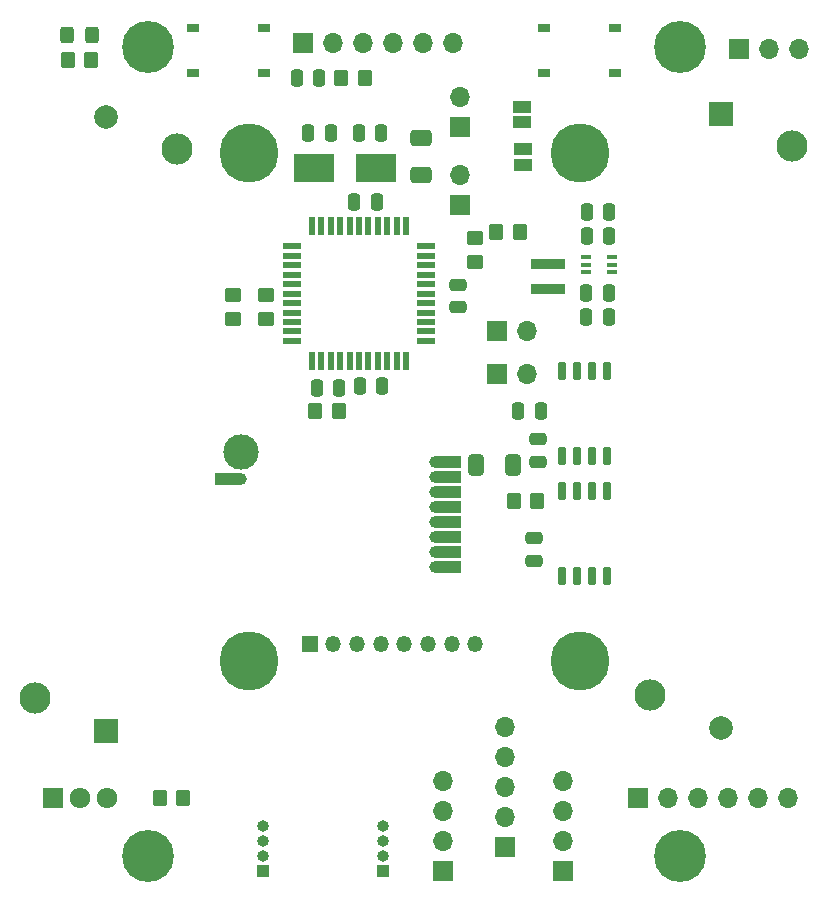
<source format=gbr>
%TF.GenerationSoftware,KiCad,Pcbnew,6.0.11-2627ca5db0~126~ubuntu22.04.1*%
%TF.CreationDate,2023-07-25T17:39:43+02:00*%
%TF.ProjectId,HB-UNI-SEN-BATT_ATMega1284P_E07-868MS10_FRAM_FUEL4EP,48422d55-4e49-42d5-9345-4e2d42415454,1.3*%
%TF.SameCoordinates,Original*%
%TF.FileFunction,Soldermask,Top*%
%TF.FilePolarity,Negative*%
%FSLAX46Y46*%
G04 Gerber Fmt 4.6, Leading zero omitted, Abs format (unit mm)*
G04 Created by KiCad (PCBNEW 6.0.11-2627ca5db0~126~ubuntu22.04.1) date 2023-07-25 17:39:43*
%MOMM*%
%LPD*%
G01*
G04 APERTURE LIST*
G04 Aperture macros list*
%AMRoundRect*
0 Rectangle with rounded corners*
0 $1 Rounding radius*
0 $2 $3 $4 $5 $6 $7 $8 $9 X,Y pos of 4 corners*
0 Add a 4 corners polygon primitive as box body*
4,1,4,$2,$3,$4,$5,$6,$7,$8,$9,$2,$3,0*
0 Add four circle primitives for the rounded corners*
1,1,$1+$1,$2,$3*
1,1,$1+$1,$4,$5*
1,1,$1+$1,$6,$7*
1,1,$1+$1,$8,$9*
0 Add four rect primitives between the rounded corners*
20,1,$1+$1,$2,$3,$4,$5,0*
20,1,$1+$1,$4,$5,$6,$7,0*
20,1,$1+$1,$6,$7,$8,$9,0*
20,1,$1+$1,$8,$9,$2,$3,0*%
G04 Aperture macros list end*
%ADD10RoundRect,0.250000X-0.325000X-0.450000X0.325000X-0.450000X0.325000X0.450000X-0.325000X0.450000X0*%
%ADD11R,1.700000X1.700000*%
%ADD12O,1.700000X1.700000*%
%ADD13RoundRect,0.250000X0.412500X0.650000X-0.412500X0.650000X-0.412500X-0.650000X0.412500X-0.650000X0*%
%ADD14RoundRect,0.250000X-0.450000X0.350000X-0.450000X-0.350000X0.450000X-0.350000X0.450000X0.350000X0*%
%ADD15RoundRect,0.250000X-0.350000X-0.450000X0.350000X-0.450000X0.350000X0.450000X-0.350000X0.450000X0*%
%ADD16RoundRect,0.250000X0.350000X0.450000X-0.350000X0.450000X-0.350000X-0.450000X0.350000X-0.450000X0*%
%ADD17R,1.717500X1.800000*%
%ADD18O,1.717500X1.800000*%
%ADD19R,2.170000X1.000000*%
%ADD20C,1.000000*%
%ADD21C,3.000000*%
%ADD22R,1.500000X1.000000*%
%ADD23C,0.700000*%
%ADD24C,4.400000*%
%ADD25C,2.640000*%
%ADD26R,2.000000X2.000000*%
%ADD27C,2.000000*%
%ADD28RoundRect,0.250000X0.250000X0.475000X-0.250000X0.475000X-0.250000X-0.475000X0.250000X-0.475000X0*%
%ADD29RoundRect,0.250000X-0.250000X-0.475000X0.250000X-0.475000X0.250000X0.475000X-0.250000X0.475000X0*%
%ADD30R,3.500000X2.400000*%
%ADD31RoundRect,0.250000X0.650000X-0.412500X0.650000X0.412500X-0.650000X0.412500X-0.650000X-0.412500X0*%
%ADD32R,1.000000X0.750000*%
%ADD33R,1.350000X1.350000*%
%ADD34O,1.350000X1.350000*%
%ADD35R,3.000000X0.900000*%
%ADD36R,0.900000X0.400000*%
%ADD37RoundRect,0.250000X0.450000X-0.350000X0.450000X0.350000X-0.450000X0.350000X-0.450000X-0.350000X0*%
%ADD38R,1.000000X1.000000*%
%ADD39O,1.000000X1.000000*%
%ADD40R,0.550000X1.500000*%
%ADD41R,1.500000X0.550000*%
%ADD42RoundRect,0.250000X0.475000X-0.250000X0.475000X0.250000X-0.475000X0.250000X-0.475000X-0.250000X0*%
%ADD43C,5.000000*%
%ADD44RoundRect,0.150000X-0.150000X0.650000X-0.150000X-0.650000X0.150000X-0.650000X0.150000X0.650000X0*%
G04 APERTURE END LIST*
D10*
%TO.C,D1*%
X8138500Y-2200500D03*
X10188500Y-2200500D03*
%TD*%
D11*
%TO.C,J3*%
X44542000Y-30902500D03*
D12*
X47082000Y-30902500D03*
%TD*%
D11*
%TO.C,J4*%
X44542000Y-27219500D03*
D12*
X47082000Y-27219500D03*
%TD*%
D11*
%TO.C,J5*%
X56480000Y-66780000D03*
D12*
X59020000Y-66780000D03*
X61560000Y-66780000D03*
X64100000Y-66780000D03*
X66640000Y-66780000D03*
X69180000Y-66780000D03*
%TD*%
D13*
%TO.C,C1*%
X45850500Y-38586000D03*
X42725500Y-38586000D03*
%TD*%
D14*
%TO.C,R4*%
X22190000Y-24251000D03*
X22190000Y-26251000D03*
%TD*%
%TO.C,R5*%
X24984000Y-24235000D03*
X24984000Y-26235000D03*
%TD*%
D15*
%TO.C,R1*%
X8172500Y-4296000D03*
X10172500Y-4296000D03*
%TD*%
D16*
%TO.C,R3*%
X17941600Y-66818100D03*
X15941600Y-66818100D03*
%TD*%
D17*
%TO.C,Q1*%
X6950000Y-66780000D03*
D18*
X9240000Y-66780000D03*
X11530000Y-66780000D03*
%TD*%
D11*
%TO.C,J10*%
X64989000Y-3343500D03*
D12*
X67529000Y-3343500D03*
X70069000Y-3343500D03*
%TD*%
D19*
%TO.C,Module1*%
X21715000Y-39750000D03*
D20*
X22800000Y-39750000D03*
X39260000Y-47200000D03*
D19*
X40345000Y-47200000D03*
D21*
X22800000Y-37470000D03*
D19*
X40345000Y-45930000D03*
D20*
X39260000Y-45930000D03*
D19*
X40345000Y-44660000D03*
D20*
X39260000Y-44660000D03*
D19*
X40345000Y-43390000D03*
D20*
X39260000Y-43390000D03*
X39260000Y-42120000D03*
D19*
X40345000Y-42120000D03*
D20*
X39260000Y-40850000D03*
D19*
X40345000Y-40850000D03*
X40345000Y-39580000D03*
D20*
X39260000Y-39580000D03*
X39260000Y-38310000D03*
D19*
X40345000Y-38310000D03*
%TD*%
D22*
%TO.C,JP2*%
X46637500Y-8281500D03*
X46637500Y-9581500D03*
%TD*%
D11*
%TO.C,J8*%
X39970000Y-73003000D03*
D12*
X39970000Y-70463000D03*
X39970000Y-67923000D03*
X39970000Y-65383000D03*
%TD*%
D23*
%TO.C,H2*%
X58727200Y-4522800D03*
X60000000Y-5050000D03*
X61272800Y-4522800D03*
X61800000Y-3250000D03*
X60000000Y-1450000D03*
D24*
X60000000Y-3250000D03*
D23*
X58200000Y-3250000D03*
X58727200Y-1977200D03*
X61272800Y-1977200D03*
%TD*%
%TO.C,H4*%
X58200000Y-71750000D03*
X60000000Y-73550000D03*
X61272800Y-73022800D03*
X58727200Y-73022800D03*
X58727200Y-70477200D03*
X60000000Y-69950000D03*
X61272800Y-70477200D03*
X61800000Y-71750000D03*
D24*
X60000000Y-71750000D03*
%TD*%
D23*
%TO.C,H1*%
X16272800Y-4522800D03*
X13727200Y-4522800D03*
X15000000Y-1450000D03*
X13200000Y-3250000D03*
X16800000Y-3250000D03*
D24*
X15000000Y-3250000D03*
D23*
X15000000Y-5050000D03*
X16272800Y-1977200D03*
X13727200Y-1977200D03*
%TD*%
%TO.C,H3*%
X13727200Y-70477200D03*
X13200000Y-71750000D03*
X15000000Y-73550000D03*
X15000000Y-69950000D03*
X13727200Y-73022800D03*
X16800000Y-71750000D03*
X16272800Y-70477200D03*
D24*
X15000000Y-71750000D03*
D23*
X16272800Y-73022800D03*
%TD*%
D25*
%TO.C,BT2*%
X5425000Y-58350000D03*
X17415000Y-11870000D03*
D26*
X11420000Y-61100000D03*
D27*
X11420000Y-9110000D03*
%TD*%
D28*
%TO.C,C2*%
X31168900Y-32050000D03*
X29268900Y-32050000D03*
%TD*%
%TO.C,C4*%
X34316000Y-16361000D03*
X32416000Y-16361000D03*
%TD*%
D29*
%TO.C,C6*%
X28542500Y-10519000D03*
X30442500Y-10519000D03*
%TD*%
D28*
%TO.C,C8*%
X34801100Y-31893100D03*
X32901100Y-31893100D03*
%TD*%
D11*
%TO.C,J12*%
X28070100Y-2860900D03*
D12*
X30610100Y-2860900D03*
X33150100Y-2860900D03*
X35690100Y-2860900D03*
X38230100Y-2860900D03*
X40770100Y-2860900D03*
%TD*%
D16*
%TO.C,R2*%
X33315200Y-5870800D03*
X31315200Y-5870800D03*
%TD*%
%TO.C,R6*%
X31143500Y-34000000D03*
X29143500Y-34000000D03*
%TD*%
D30*
%TO.C,Y1*%
X29051500Y-13440000D03*
X34251500Y-13440000D03*
%TD*%
D31*
%TO.C,C5*%
X38065000Y-14037700D03*
X38065000Y-10912700D03*
%TD*%
D32*
%TO.C,SW2*%
X48500000Y-1625000D03*
X54500000Y-1625000D03*
X48500000Y-5375000D03*
X54500000Y-5375000D03*
%TD*%
%TO.C,SW1*%
X24800000Y-5375000D03*
X18800000Y-5375000D03*
X24800000Y-1625000D03*
X18800000Y-1625000D03*
%TD*%
D25*
%TO.C,BT1*%
X57495000Y-58090000D03*
X69485000Y-11610000D03*
D26*
X63490000Y-8860000D03*
D27*
X63490000Y-60850000D03*
%TD*%
D33*
%TO.C,J11*%
X28667000Y-53750000D03*
D34*
X30667000Y-53750000D03*
X32667000Y-53750000D03*
X34667000Y-53750000D03*
X36667000Y-53750000D03*
X38667000Y-53750000D03*
X40667000Y-53750000D03*
X42667000Y-53750000D03*
%TD*%
D29*
%TO.C,C11*%
X52080680Y-26053640D03*
X53980680Y-26053640D03*
%TD*%
%TO.C,C12*%
X52101000Y-19210880D03*
X54001000Y-19210880D03*
%TD*%
%TO.C,C13*%
X52101000Y-17204280D03*
X54001000Y-17204280D03*
%TD*%
D22*
%TO.C,JP3*%
X46688300Y-13188300D03*
X46688300Y-11888300D03*
%TD*%
D35*
%TO.C,L1*%
X48809200Y-23684000D03*
X48809200Y-21584000D03*
%TD*%
D36*
%TO.C,U2*%
X54214500Y-22281500D03*
X54214500Y-21631500D03*
X54214500Y-20981500D03*
X52014500Y-20981500D03*
X52014500Y-21631500D03*
X52014500Y-22281500D03*
%TD*%
D16*
%TO.C,R8*%
X46456400Y-18875600D03*
X44456400Y-18875600D03*
%TD*%
D37*
%TO.C,R7*%
X42616680Y-21384360D03*
X42616680Y-19384360D03*
%TD*%
D11*
%TO.C,J1*%
X41400000Y-10011000D03*
D12*
X41400000Y-7471000D03*
%TD*%
D38*
%TO.C,J6*%
X24730000Y-73000000D03*
D39*
X24730000Y-71730000D03*
X24730000Y-70460000D03*
X24730000Y-69190000D03*
%TD*%
D28*
%TO.C,C9*%
X29474800Y-5870800D03*
X27574800Y-5870800D03*
%TD*%
%TO.C,C7*%
X34697000Y-10519000D03*
X32797000Y-10519000D03*
%TD*%
D40*
%TO.C,U1*%
X36832600Y-18395300D03*
X36032600Y-18395300D03*
X35232600Y-18395300D03*
X34432600Y-18395300D03*
X33632600Y-18395300D03*
X32832600Y-18395300D03*
X32032600Y-18395300D03*
X31232600Y-18395300D03*
X30432600Y-18395300D03*
X29632600Y-18395300D03*
X28832600Y-18395300D03*
D41*
X27132600Y-20095300D03*
X27132600Y-20895300D03*
X27132600Y-21695300D03*
X27132600Y-22495300D03*
X27132600Y-23295300D03*
X27132600Y-24095300D03*
X27132600Y-24895300D03*
X27132600Y-25695300D03*
X27132600Y-26495300D03*
X27132600Y-27295300D03*
X27132600Y-28095300D03*
D40*
X28832600Y-29795300D03*
X29632600Y-29795300D03*
X30432600Y-29795300D03*
X31232600Y-29795300D03*
X32032600Y-29795300D03*
X32832600Y-29795300D03*
X33632600Y-29795300D03*
X34432600Y-29795300D03*
X35232600Y-29795300D03*
X36032600Y-29795300D03*
X36832600Y-29795300D03*
D41*
X38532600Y-28095300D03*
X38532600Y-27295300D03*
X38532600Y-26495300D03*
X38532600Y-25695300D03*
X38532600Y-24895300D03*
X38532600Y-24095300D03*
X38532600Y-23295300D03*
X38532600Y-22495300D03*
X38532600Y-21695300D03*
X38532600Y-20895300D03*
X38532600Y-20095300D03*
%TD*%
D42*
%TO.C,C3*%
X41176500Y-25248500D03*
X41176500Y-23348500D03*
%TD*%
D11*
%TO.C,J2*%
X41400000Y-16615000D03*
D12*
X41400000Y-14075000D03*
%TD*%
D11*
%TO.C,J9*%
X50130000Y-73000000D03*
D12*
X50130000Y-70460000D03*
X50130000Y-67920000D03*
X50130000Y-65380000D03*
%TD*%
D43*
%TO.C,H5*%
X23510800Y-12200000D03*
%TD*%
%TO.C,H6*%
X23510800Y-55200000D03*
%TD*%
%TO.C,H7*%
X51510800Y-12200000D03*
%TD*%
%TO.C,H8*%
X51510800Y-55200000D03*
%TD*%
D44*
%TO.C,U3*%
X53813000Y-40828000D03*
X52543000Y-40828000D03*
X51273000Y-40828000D03*
X50003000Y-40828000D03*
X50003000Y-48028000D03*
X51273000Y-48028000D03*
X52543000Y-48028000D03*
X53813000Y-48028000D03*
%TD*%
%TO.C,U4*%
X53813000Y-30668000D03*
X52543000Y-30668000D03*
X51273000Y-30668000D03*
X50003000Y-30668000D03*
X50003000Y-37868000D03*
X51273000Y-37868000D03*
X52543000Y-37868000D03*
X53813000Y-37868000D03*
%TD*%
D16*
%TO.C,R9*%
X47939000Y-41634000D03*
X45939000Y-41634000D03*
%TD*%
D42*
%TO.C,C14*%
X47971000Y-38329500D03*
X47971000Y-36429500D03*
%TD*%
%TO.C,C15*%
X47653500Y-46711500D03*
X47653500Y-44811500D03*
%TD*%
D29*
%TO.C,C10*%
X52080680Y-24057200D03*
X53980680Y-24057200D03*
%TD*%
D38*
%TO.C,J7*%
X34890000Y-73003000D03*
D39*
X34890000Y-71733000D03*
X34890000Y-70463000D03*
X34890000Y-69193000D03*
%TD*%
D11*
%TO.C,J13*%
X45177000Y-70971000D03*
D12*
X45177000Y-68431000D03*
X45177000Y-65891000D03*
X45177000Y-63351000D03*
X45177000Y-60811000D03*
%TD*%
D28*
%TO.C,C16*%
X48220000Y-34014000D03*
X46320000Y-34014000D03*
%TD*%
M02*

</source>
